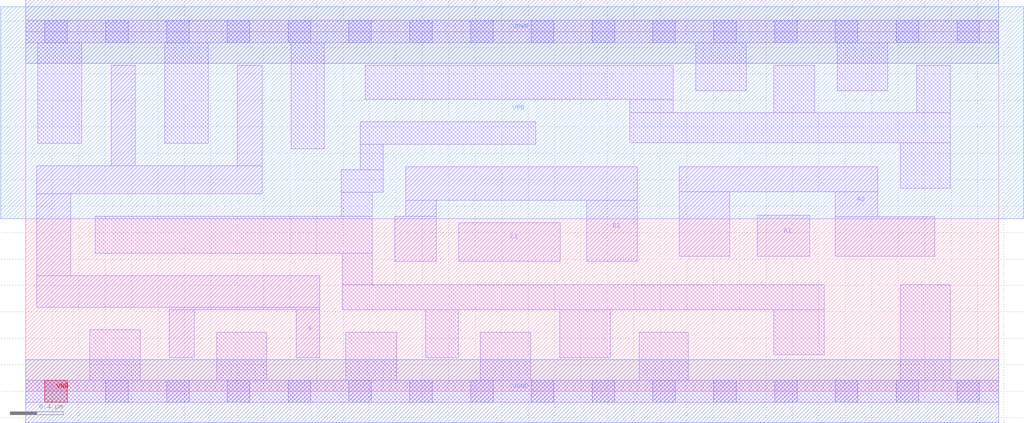
<source format=lef>
# Copyright 2020 The SkyWater PDK Authors
#
# Licensed under the Apache License, Version 2.0 (the "License");
# you may not use this file except in compliance with the License.
# You may obtain a copy of the License at
#
#     https://www.apache.org/licenses/LICENSE-2.0
#
# Unless required by applicable law or agreed to in writing, software
# distributed under the License is distributed on an "AS IS" BASIS,
# WITHOUT WARRANTIES OR CONDITIONS OF ANY KIND, either express or implied.
# See the License for the specific language governing permissions and
# limitations under the License.
#
# SPDX-License-Identifier: Apache-2.0

VERSION 5.7 ;
  NOWIREEXTENSIONATPIN ON ;
  DIVIDERCHAR "/" ;
  BUSBITCHARS "[]" ;
PROPERTYDEFINITIONS
  MACRO maskLayoutSubType STRING ;
  MACRO prCellType STRING ;
  MACRO originalViewName STRING ;
END PROPERTYDEFINITIONS
MACRO sky130_fd_sc_hdll__a211o_4
  CLASS CORE ;
  FOREIGN sky130_fd_sc_hdll__a211o_4 ;
  ORIGIN  0.000000  0.000000 ;
  SIZE  7.360000 BY  2.720000 ;
  SYMMETRY X Y R90 ;
  SITE unithd ;
  PIN A1
    ANTENNAGATEAREA  0.555000 ;
    DIRECTION INPUT ;
    USE SIGNAL ;
    PORT
      LAYER li1 ;
        RECT 5.535000 1.020000 5.930000 1.330000 ;
    END
  END A1
  PIN A2
    ANTENNAGATEAREA  0.555000 ;
    DIRECTION INPUT ;
    USE SIGNAL ;
    PORT
      LAYER li1 ;
        RECT 4.945000 1.020000 5.325000 1.510000 ;
        RECT 4.945000 1.510000 6.445000 1.700000 ;
        RECT 6.125000 1.020000 6.875000 1.320000 ;
        RECT 6.125000 1.320000 6.445000 1.510000 ;
    END
  END A2
  PIN B1
    ANTENNAGATEAREA  0.555000 ;
    DIRECTION INPUT ;
    USE SIGNAL ;
    PORT
      LAYER li1 ;
        RECT 2.790000 0.985000 3.105000 1.325000 ;
        RECT 2.875000 1.325000 3.105000 1.445000 ;
        RECT 2.875000 1.445000 4.625000 1.700000 ;
        RECT 4.245000 0.985000 4.625000 1.445000 ;
    END
  END B1
  PIN C1
    ANTENNAGATEAREA  0.555000 ;
    DIRECTION INPUT ;
    USE SIGNAL ;
    PORT
      LAYER li1 ;
        RECT 3.275000 0.985000 4.045000 1.275000 ;
    END
  END C1
  PIN X
    ANTENNADIFFAREA  1.071250 ;
    DIRECTION OUTPUT ;
    USE SIGNAL ;
    PORT
      LAYER li1 ;
        RECT 0.085000 0.635000 2.225000 0.875000 ;
        RECT 0.085000 0.875000 0.340000 1.495000 ;
        RECT 0.085000 1.495000 1.790000 1.705000 ;
        RECT 0.645000 1.705000 0.830000 2.465000 ;
        RECT 1.085000 0.255000 1.275000 0.615000 ;
        RECT 1.085000 0.615000 2.225000 0.635000 ;
        RECT 1.600000 1.705000 1.790000 2.465000 ;
        RECT 2.045000 0.255000 2.225000 0.615000 ;
    END
  END X
  PIN VGND
    DIRECTION INOUT ;
    USE GROUND ;
    PORT
      LAYER met1 ;
        RECT 0.000000 -0.240000 7.360000 0.240000 ;
    END
  END VGND
  PIN VNB
    DIRECTION INOUT ;
    USE GROUND ;
    PORT
      LAYER pwell ;
        RECT 0.145000 -0.085000 0.315000 0.085000 ;
    END
  END VNB
  PIN VPB
    DIRECTION INOUT ;
    USE POWER ;
    PORT
      LAYER nwell ;
        RECT -0.190000 1.305000 7.550000 2.910000 ;
    END
  END VPB
  PIN VPWR
    DIRECTION INOUT ;
    USE POWER ;
    PORT
      LAYER met1 ;
        RECT 0.000000 2.480000 7.360000 2.960000 ;
    END
  END VPWR
  OBS
    LAYER li1 ;
      RECT 0.000000 -0.085000 7.360000 0.085000 ;
      RECT 0.000000  2.635000 7.360000 2.805000 ;
      RECT 0.090000  1.875000 0.425000 2.635000 ;
      RECT 0.485000  0.085000 0.865000 0.465000 ;
      RECT 0.525000  1.045000 2.620000 1.325000 ;
      RECT 1.050000  1.875000 1.380000 2.635000 ;
      RECT 1.445000  0.085000 1.825000 0.445000 ;
      RECT 2.010000  1.835000 2.260000 2.635000 ;
      RECT 2.385000  1.325000 2.620000 1.505000 ;
      RECT 2.385000  1.505000 2.705000 1.675000 ;
      RECT 2.395000  0.615000 6.040000 0.805000 ;
      RECT 2.395000  0.805000 2.620000 1.045000 ;
      RECT 2.420000  0.085000 2.805000 0.445000 ;
      RECT 2.530000  1.675000 2.705000 1.870000 ;
      RECT 2.530000  1.870000 3.860000 2.040000 ;
      RECT 2.570000  2.210000 4.900000 2.465000 ;
      RECT 3.025000  0.255000 3.270000 0.615000 ;
      RECT 3.440000  0.085000 3.820000 0.445000 ;
      RECT 4.040000  0.255000 4.420000 0.615000 ;
      RECT 4.570000  1.880000 6.995000 2.105000 ;
      RECT 4.570000  2.105000 4.900000 2.210000 ;
      RECT 4.640000  0.085000 5.010000 0.445000 ;
      RECT 5.070000  2.275000 5.450000 2.635000 ;
      RECT 5.660000  0.275000 6.040000 0.615000 ;
      RECT 5.660000  2.105000 5.970000 2.465000 ;
      RECT 6.140000  2.275000 6.520000 2.635000 ;
      RECT 6.615000  0.085000 6.995000 0.805000 ;
      RECT 6.615000  1.535000 6.995000 1.880000 ;
      RECT 6.740000  2.105000 6.995000 2.465000 ;
    LAYER mcon ;
      RECT 0.145000 -0.085000 0.315000 0.085000 ;
      RECT 0.145000  2.635000 0.315000 2.805000 ;
      RECT 0.605000 -0.085000 0.775000 0.085000 ;
      RECT 0.605000  2.635000 0.775000 2.805000 ;
      RECT 1.065000 -0.085000 1.235000 0.085000 ;
      RECT 1.065000  2.635000 1.235000 2.805000 ;
      RECT 1.525000 -0.085000 1.695000 0.085000 ;
      RECT 1.525000  2.635000 1.695000 2.805000 ;
      RECT 1.985000 -0.085000 2.155000 0.085000 ;
      RECT 1.985000  2.635000 2.155000 2.805000 ;
      RECT 2.445000 -0.085000 2.615000 0.085000 ;
      RECT 2.445000  2.635000 2.615000 2.805000 ;
      RECT 2.905000 -0.085000 3.075000 0.085000 ;
      RECT 2.905000  2.635000 3.075000 2.805000 ;
      RECT 3.365000 -0.085000 3.535000 0.085000 ;
      RECT 3.365000  2.635000 3.535000 2.805000 ;
      RECT 3.825000 -0.085000 3.995000 0.085000 ;
      RECT 3.825000  2.635000 3.995000 2.805000 ;
      RECT 4.285000 -0.085000 4.455000 0.085000 ;
      RECT 4.285000  2.635000 4.455000 2.805000 ;
      RECT 4.745000 -0.085000 4.915000 0.085000 ;
      RECT 4.745000  2.635000 4.915000 2.805000 ;
      RECT 5.205000 -0.085000 5.375000 0.085000 ;
      RECT 5.205000  2.635000 5.375000 2.805000 ;
      RECT 5.665000 -0.085000 5.835000 0.085000 ;
      RECT 5.665000  2.635000 5.835000 2.805000 ;
      RECT 6.125000 -0.085000 6.295000 0.085000 ;
      RECT 6.125000  2.635000 6.295000 2.805000 ;
      RECT 6.585000 -0.085000 6.755000 0.085000 ;
      RECT 6.585000  2.635000 6.755000 2.805000 ;
      RECT 7.045000 -0.085000 7.215000 0.085000 ;
      RECT 7.045000  2.635000 7.215000 2.805000 ;
  END
  PROPERTY maskLayoutSubType "abstract" ;
  PROPERTY prCellType "standard" ;
  PROPERTY originalViewName "layout" ;
END sky130_fd_sc_hdll__a211o_4
END LIBRARY

</source>
